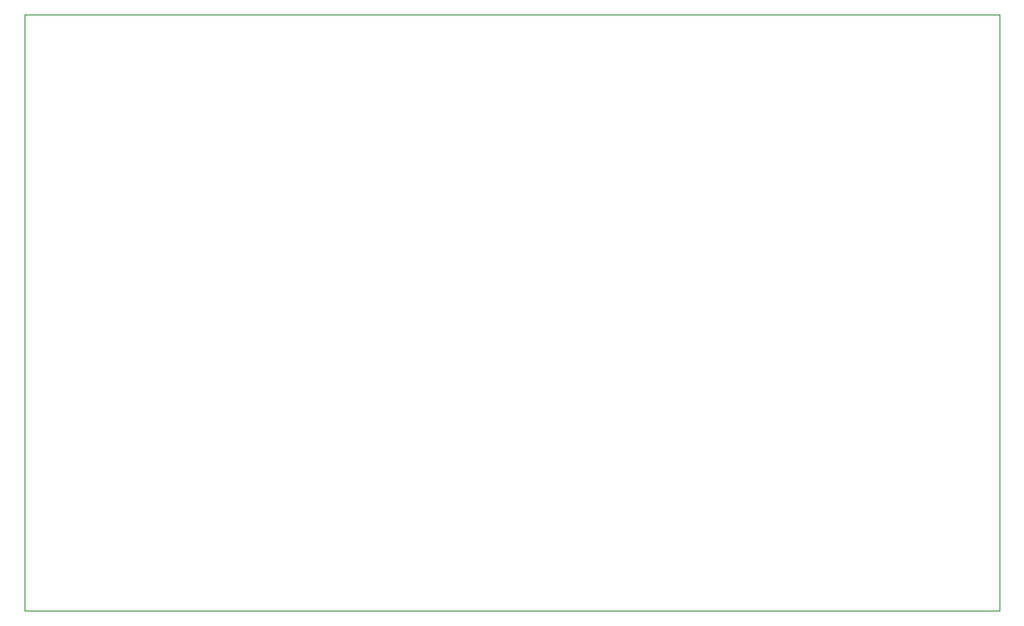
<source format=gbr>
%TF.GenerationSoftware,KiCad,Pcbnew,(5.1.10-1-10_14)*%
%TF.CreationDate,2021-07-31T21:51:31-04:00*%
%TF.ProjectId,CLOCK,434c4f43-4b2e-46b6-9963-61645f706362,rev?*%
%TF.SameCoordinates,Original*%
%TF.FileFunction,Profile,NP*%
%FSLAX46Y46*%
G04 Gerber Fmt 4.6, Leading zero omitted, Abs format (unit mm)*
G04 Created by KiCad (PCBNEW (5.1.10-1-10_14)) date 2021-07-31 21:51:31*
%MOMM*%
%LPD*%
G01*
G04 APERTURE LIST*
%TA.AperFunction,Profile*%
%ADD10C,0.050000*%
%TD*%
G04 APERTURE END LIST*
D10*
X152908000Y-77216000D02*
X152908000Y-73152000D01*
X61976000Y-77216000D02*
X152908000Y-77216000D01*
X61976000Y-76708000D02*
X61976000Y-77216000D01*
X61976000Y-73152000D02*
X61976000Y-76708000D01*
X152908000Y-73152000D02*
X152908000Y-69596000D01*
X152908000Y-21590000D02*
X151384000Y-21590000D01*
X61976000Y-21590000D02*
X61976000Y-73152000D01*
X145796000Y-21590000D02*
X61976000Y-21590000D01*
X151384000Y-21590000D02*
X145796000Y-21590000D01*
X152908000Y-69596000D02*
X152908000Y-21590000D01*
M02*

</source>
